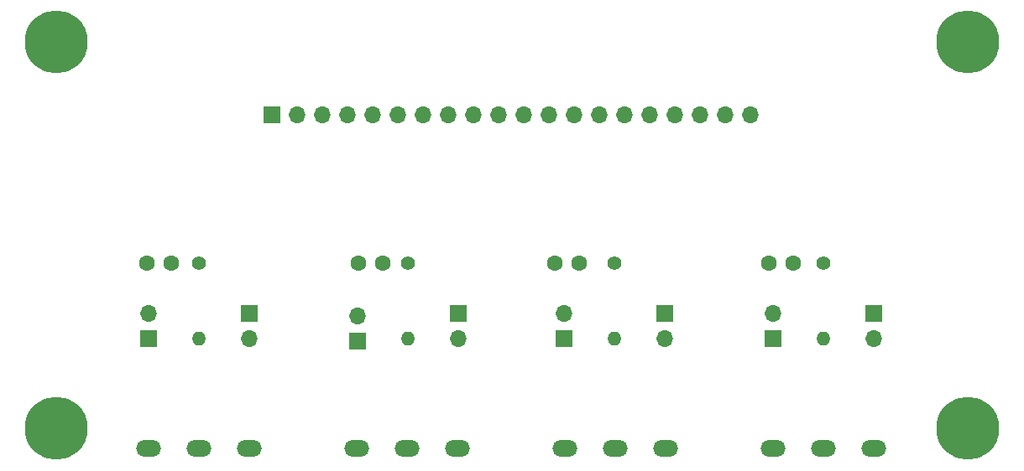
<source format=gbs>
%TF.GenerationSoftware,KiCad,Pcbnew,(6.0.1)*%
%TF.CreationDate,2022-10-07T09:25:07-04:00*%
%TF.ProjectId,MOD-POTS,4d4f442d-504f-4545-932e-6b696361645f,rev?*%
%TF.SameCoordinates,Original*%
%TF.FileFunction,Soldermask,Bot*%
%TF.FilePolarity,Negative*%
%FSLAX46Y46*%
G04 Gerber Fmt 4.6, Leading zero omitted, Abs format (unit mm)*
G04 Created by KiCad (PCBNEW (6.0.1)) date 2022-10-07 09:25:07*
%MOMM*%
%LPD*%
G01*
G04 APERTURE LIST*
%ADD10C,6.350000*%
%ADD11R,1.700000X1.700000*%
%ADD12O,1.700000X1.700000*%
%ADD13C,1.600000*%
%ADD14C,1.400000*%
%ADD15O,1.400000X1.400000*%
%ADD16O,2.540000X1.651000*%
G04 APERTURE END LIST*
D10*
%TO.C,MTG1*%
X94000000Y-83000000D03*
%TD*%
D11*
%TO.C,J3*%
X103378000Y-73914000D03*
D12*
X103378000Y-71374000D03*
%TD*%
D13*
%TO.C,C4*%
X168382000Y-66294000D03*
X165882000Y-66294000D03*
%TD*%
D11*
%TO.C,J4*%
X134620000Y-71374000D03*
D12*
X134620000Y-73914000D03*
%TD*%
D13*
%TO.C,C3*%
X146792000Y-66294000D03*
X144292000Y-66294000D03*
%TD*%
D11*
%TO.C,J5*%
X124460000Y-74173000D03*
D12*
X124460000Y-71633000D03*
%TD*%
D14*
%TO.C,R2*%
X129540000Y-66294000D03*
D15*
X129540000Y-73914000D03*
%TD*%
D16*
%TO.C,RV1*%
X113500002Y-85039987D03*
X108420002Y-85039987D03*
X103340002Y-85039987D03*
%TD*%
D10*
%TO.C,MTG3*%
X94000000Y-44000000D03*
%TD*%
D11*
%TO.C,J1*%
X115829000Y-51308000D03*
D12*
X118369000Y-51308000D03*
X120909000Y-51308000D03*
X123449000Y-51308000D03*
X125989000Y-51308000D03*
X128529000Y-51308000D03*
X131069000Y-51308000D03*
X133609000Y-51308000D03*
X136149000Y-51308000D03*
X138689000Y-51308000D03*
X141229000Y-51308000D03*
X143769000Y-51308000D03*
X146309000Y-51308000D03*
X148849000Y-51308000D03*
X151389000Y-51308000D03*
X153929000Y-51308000D03*
X156469000Y-51308000D03*
X159009000Y-51308000D03*
X161549000Y-51308000D03*
X164089000Y-51308000D03*
%TD*%
D11*
%TO.C,J9*%
X166370000Y-73919000D03*
D12*
X166370000Y-71379000D03*
%TD*%
D11*
%TO.C,J8*%
X176530000Y-71369000D03*
D12*
X176530000Y-73909000D03*
%TD*%
D16*
%TO.C,RV4*%
X176500003Y-85000008D03*
X171420003Y-85000008D03*
X166340003Y-85000008D03*
%TD*%
D13*
%TO.C,C1*%
X105644000Y-66294000D03*
X103144000Y-66294000D03*
%TD*%
D16*
%TO.C,RV2*%
X134500010Y-85039987D03*
X129420010Y-85039987D03*
X124340010Y-85039987D03*
%TD*%
D11*
%TO.C,J6*%
X155448000Y-71369000D03*
D12*
X155448000Y-73909000D03*
%TD*%
D14*
%TO.C,R4*%
X171450000Y-66294000D03*
D15*
X171450000Y-73914000D03*
%TD*%
D16*
%TO.C,RV3*%
X155499994Y-85039987D03*
X150419994Y-85039987D03*
X145339994Y-85039987D03*
%TD*%
D14*
%TO.C,R3*%
X150368000Y-66294000D03*
D15*
X150368000Y-73914000D03*
%TD*%
D13*
%TO.C,C2*%
X126980000Y-66294000D03*
X124480000Y-66294000D03*
%TD*%
D11*
%TO.C,J7*%
X145288000Y-73919000D03*
D12*
X145288000Y-71379000D03*
%TD*%
D11*
%TO.C,J2*%
X113538000Y-71369000D03*
D12*
X113538000Y-73909000D03*
%TD*%
D10*
%TO.C,MTG2*%
X186000000Y-83000000D03*
%TD*%
%TO.C,MTG4*%
X186000000Y-44000000D03*
%TD*%
D14*
%TO.C,R1*%
X108458000Y-66294000D03*
D15*
X108458000Y-73914000D03*
%TD*%
M02*

</source>
